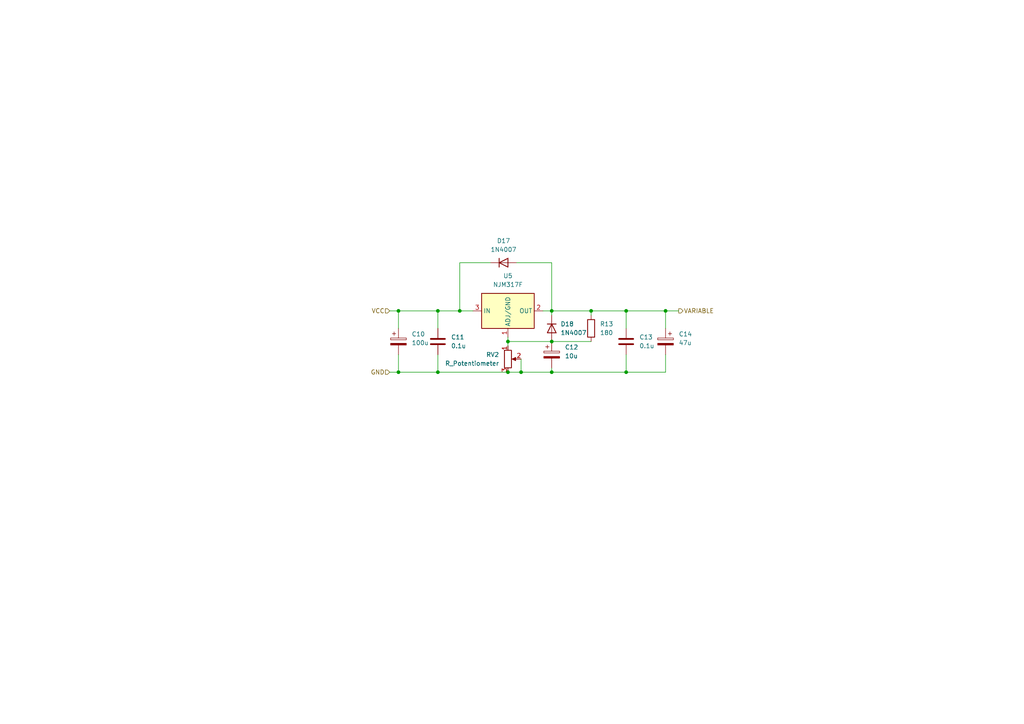
<source format=kicad_sch>
(kicad_sch
	(version 20231120)
	(generator "eeschema")
	(generator_version "8.0")
	(uuid "61842362-af64-4b4c-b751-62a392425130")
	(paper "A4")
	(lib_symbols
		(symbol "Device:C"
			(pin_numbers hide)
			(pin_names
				(offset 0.254)
			)
			(exclude_from_sim no)
			(in_bom yes)
			(on_board yes)
			(property "Reference" "C"
				(at 0.635 2.54 0)
				(effects
					(font
						(size 1.27 1.27)
					)
					(justify left)
				)
			)
			(property "Value" "C"
				(at 0.635 -2.54 0)
				(effects
					(font
						(size 1.27 1.27)
					)
					(justify left)
				)
			)
			(property "Footprint" ""
				(at 0.9652 -3.81 0)
				(effects
					(font
						(size 1.27 1.27)
					)
					(hide yes)
				)
			)
			(property "Datasheet" "~"
				(at 0 0 0)
				(effects
					(font
						(size 1.27 1.27)
					)
					(hide yes)
				)
			)
			(property "Description" "Unpolarized capacitor"
				(at 0 0 0)
				(effects
					(font
						(size 1.27 1.27)
					)
					(hide yes)
				)
			)
			(property "ki_keywords" "cap capacitor"
				(at 0 0 0)
				(effects
					(font
						(size 1.27 1.27)
					)
					(hide yes)
				)
			)
			(property "ki_fp_filters" "C_*"
				(at 0 0 0)
				(effects
					(font
						(size 1.27 1.27)
					)
					(hide yes)
				)
			)
			(symbol "C_0_1"
				(polyline
					(pts
						(xy -2.032 -0.762) (xy 2.032 -0.762)
					)
					(stroke
						(width 0.508)
						(type default)
					)
					(fill
						(type none)
					)
				)
				(polyline
					(pts
						(xy -2.032 0.762) (xy 2.032 0.762)
					)
					(stroke
						(width 0.508)
						(type default)
					)
					(fill
						(type none)
					)
				)
			)
			(symbol "C_1_1"
				(pin passive line
					(at 0 3.81 270)
					(length 2.794)
					(name "~"
						(effects
							(font
								(size 1.27 1.27)
							)
						)
					)
					(number "1"
						(effects
							(font
								(size 1.27 1.27)
							)
						)
					)
				)
				(pin passive line
					(at 0 -3.81 90)
					(length 2.794)
					(name "~"
						(effects
							(font
								(size 1.27 1.27)
							)
						)
					)
					(number "2"
						(effects
							(font
								(size 1.27 1.27)
							)
						)
					)
				)
			)
		)
		(symbol "Device:C_Polarized"
			(pin_numbers hide)
			(pin_names
				(offset 0.254)
			)
			(exclude_from_sim no)
			(in_bom yes)
			(on_board yes)
			(property "Reference" "C"
				(at 0.635 2.54 0)
				(effects
					(font
						(size 1.27 1.27)
					)
					(justify left)
				)
			)
			(property "Value" "C_Polarized"
				(at 0.635 -2.54 0)
				(effects
					(font
						(size 1.27 1.27)
					)
					(justify left)
				)
			)
			(property "Footprint" ""
				(at 0.9652 -3.81 0)
				(effects
					(font
						(size 1.27 1.27)
					)
					(hide yes)
				)
			)
			(property "Datasheet" "~"
				(at 0 0 0)
				(effects
					(font
						(size 1.27 1.27)
					)
					(hide yes)
				)
			)
			(property "Description" "Polarized capacitor"
				(at 0 0 0)
				(effects
					(font
						(size 1.27 1.27)
					)
					(hide yes)
				)
			)
			(property "ki_keywords" "cap capacitor"
				(at 0 0 0)
				(effects
					(font
						(size 1.27 1.27)
					)
					(hide yes)
				)
			)
			(property "ki_fp_filters" "CP_*"
				(at 0 0 0)
				(effects
					(font
						(size 1.27 1.27)
					)
					(hide yes)
				)
			)
			(symbol "C_Polarized_0_1"
				(rectangle
					(start -2.286 0.508)
					(end 2.286 1.016)
					(stroke
						(width 0)
						(type default)
					)
					(fill
						(type none)
					)
				)
				(polyline
					(pts
						(xy -1.778 2.286) (xy -0.762 2.286)
					)
					(stroke
						(width 0)
						(type default)
					)
					(fill
						(type none)
					)
				)
				(polyline
					(pts
						(xy -1.27 2.794) (xy -1.27 1.778)
					)
					(stroke
						(width 0)
						(type default)
					)
					(fill
						(type none)
					)
				)
				(rectangle
					(start 2.286 -0.508)
					(end -2.286 -1.016)
					(stroke
						(width 0)
						(type default)
					)
					(fill
						(type outline)
					)
				)
			)
			(symbol "C_Polarized_1_1"
				(pin passive line
					(at 0 3.81 270)
					(length 2.794)
					(name "~"
						(effects
							(font
								(size 1.27 1.27)
							)
						)
					)
					(number "1"
						(effects
							(font
								(size 1.27 1.27)
							)
						)
					)
				)
				(pin passive line
					(at 0 -3.81 90)
					(length 2.794)
					(name "~"
						(effects
							(font
								(size 1.27 1.27)
							)
						)
					)
					(number "2"
						(effects
							(font
								(size 1.27 1.27)
							)
						)
					)
				)
			)
		)
		(symbol "Device:R"
			(pin_numbers hide)
			(pin_names
				(offset 0)
			)
			(exclude_from_sim no)
			(in_bom yes)
			(on_board yes)
			(property "Reference" "R"
				(at 2.032 0 90)
				(effects
					(font
						(size 1.27 1.27)
					)
				)
			)
			(property "Value" "R"
				(at 0 0 90)
				(effects
					(font
						(size 1.27 1.27)
					)
				)
			)
			(property "Footprint" ""
				(at -1.778 0 90)
				(effects
					(font
						(size 1.27 1.27)
					)
					(hide yes)
				)
			)
			(property "Datasheet" "~"
				(at 0 0 0)
				(effects
					(font
						(size 1.27 1.27)
					)
					(hide yes)
				)
			)
			(property "Description" "Resistor"
				(at 0 0 0)
				(effects
					(font
						(size 1.27 1.27)
					)
					(hide yes)
				)
			)
			(property "ki_keywords" "R res resistor"
				(at 0 0 0)
				(effects
					(font
						(size 1.27 1.27)
					)
					(hide yes)
				)
			)
			(property "ki_fp_filters" "R_*"
				(at 0 0 0)
				(effects
					(font
						(size 1.27 1.27)
					)
					(hide yes)
				)
			)
			(symbol "R_0_1"
				(rectangle
					(start -1.016 -2.54)
					(end 1.016 2.54)
					(stroke
						(width 0.254)
						(type default)
					)
					(fill
						(type none)
					)
				)
			)
			(symbol "R_1_1"
				(pin passive line
					(at 0 3.81 270)
					(length 1.27)
					(name "~"
						(effects
							(font
								(size 1.27 1.27)
							)
						)
					)
					(number "1"
						(effects
							(font
								(size 1.27 1.27)
							)
						)
					)
				)
				(pin passive line
					(at 0 -3.81 90)
					(length 1.27)
					(name "~"
						(effects
							(font
								(size 1.27 1.27)
							)
						)
					)
					(number "2"
						(effects
							(font
								(size 1.27 1.27)
							)
						)
					)
				)
			)
		)
		(symbol "Device:R_Potentiometer"
			(pin_names
				(offset 1.016) hide)
			(exclude_from_sim no)
			(in_bom yes)
			(on_board yes)
			(property "Reference" "RV"
				(at -4.445 0 90)
				(effects
					(font
						(size 1.27 1.27)
					)
				)
			)
			(property "Value" "R_Potentiometer"
				(at -2.54 0 90)
				(effects
					(font
						(size 1.27 1.27)
					)
				)
			)
			(property "Footprint" ""
				(at 0 0 0)
				(effects
					(font
						(size 1.27 1.27)
					)
					(hide yes)
				)
			)
			(property "Datasheet" "~"
				(at 0 0 0)
				(effects
					(font
						(size 1.27 1.27)
					)
					(hide yes)
				)
			)
			(property "Description" "Potentiometer"
				(at 0 0 0)
				(effects
					(font
						(size 1.27 1.27)
					)
					(hide yes)
				)
			)
			(property "ki_keywords" "resistor variable"
				(at 0 0 0)
				(effects
					(font
						(size 1.27 1.27)
					)
					(hide yes)
				)
			)
			(property "ki_fp_filters" "Potentiometer*"
				(at 0 0 0)
				(effects
					(font
						(size 1.27 1.27)
					)
					(hide yes)
				)
			)
			(symbol "R_Potentiometer_0_1"
				(polyline
					(pts
						(xy 2.54 0) (xy 1.524 0)
					)
					(stroke
						(width 0)
						(type default)
					)
					(fill
						(type none)
					)
				)
				(polyline
					(pts
						(xy 1.143 0) (xy 2.286 0.508) (xy 2.286 -0.508) (xy 1.143 0)
					)
					(stroke
						(width 0)
						(type default)
					)
					(fill
						(type outline)
					)
				)
				(rectangle
					(start 1.016 2.54)
					(end -1.016 -2.54)
					(stroke
						(width 0.254)
						(type default)
					)
					(fill
						(type none)
					)
				)
			)
			(symbol "R_Potentiometer_1_1"
				(pin passive line
					(at 0 3.81 270)
					(length 1.27)
					(name "1"
						(effects
							(font
								(size 1.27 1.27)
							)
						)
					)
					(number "1"
						(effects
							(font
								(size 1.27 1.27)
							)
						)
					)
				)
				(pin passive line
					(at 3.81 0 180)
					(length 1.27)
					(name "2"
						(effects
							(font
								(size 1.27 1.27)
							)
						)
					)
					(number "2"
						(effects
							(font
								(size 1.27 1.27)
							)
						)
					)
				)
				(pin passive line
					(at 0 -3.81 90)
					(length 1.27)
					(name "3"
						(effects
							(font
								(size 1.27 1.27)
							)
						)
					)
					(number "3"
						(effects
							(font
								(size 1.27 1.27)
							)
						)
					)
				)
			)
		)
		(symbol "Diode:1N4007"
			(pin_numbers hide)
			(pin_names hide)
			(exclude_from_sim no)
			(in_bom yes)
			(on_board yes)
			(property "Reference" "D"
				(at 0 2.54 0)
				(effects
					(font
						(size 1.27 1.27)
					)
				)
			)
			(property "Value" "1N4007"
				(at 0 -2.54 0)
				(effects
					(font
						(size 1.27 1.27)
					)
				)
			)
			(property "Footprint" "Diode_THT:D_DO-41_SOD81_P10.16mm_Horizontal"
				(at 0 -4.445 0)
				(effects
					(font
						(size 1.27 1.27)
					)
					(hide yes)
				)
			)
			(property "Datasheet" "http://www.vishay.com/docs/88503/1n4001.pdf"
				(at 0 0 0)
				(effects
					(font
						(size 1.27 1.27)
					)
					(hide yes)
				)
			)
			(property "Description" "1000V 1A General Purpose Rectifier Diode, DO-41"
				(at 0 0 0)
				(effects
					(font
						(size 1.27 1.27)
					)
					(hide yes)
				)
			)
			(property "Sim.Device" "D"
				(at 0 0 0)
				(effects
					(font
						(size 1.27 1.27)
					)
					(hide yes)
				)
			)
			(property "Sim.Pins" "1=K 2=A"
				(at 0 0 0)
				(effects
					(font
						(size 1.27 1.27)
					)
					(hide yes)
				)
			)
			(property "ki_keywords" "diode"
				(at 0 0 0)
				(effects
					(font
						(size 1.27 1.27)
					)
					(hide yes)
				)
			)
			(property "ki_fp_filters" "D*DO?41*"
				(at 0 0 0)
				(effects
					(font
						(size 1.27 1.27)
					)
					(hide yes)
				)
			)
			(symbol "1N4007_0_1"
				(polyline
					(pts
						(xy -1.27 1.27) (xy -1.27 -1.27)
					)
					(stroke
						(width 0.254)
						(type default)
					)
					(fill
						(type none)
					)
				)
				(polyline
					(pts
						(xy 1.27 0) (xy -1.27 0)
					)
					(stroke
						(width 0)
						(type default)
					)
					(fill
						(type none)
					)
				)
				(polyline
					(pts
						(xy 1.27 1.27) (xy 1.27 -1.27) (xy -1.27 0) (xy 1.27 1.27)
					)
					(stroke
						(width 0.254)
						(type default)
					)
					(fill
						(type none)
					)
				)
			)
			(symbol "1N4007_1_1"
				(pin passive line
					(at -3.81 0 0)
					(length 2.54)
					(name "K"
						(effects
							(font
								(size 1.27 1.27)
							)
						)
					)
					(number "1"
						(effects
							(font
								(size 1.27 1.27)
							)
						)
					)
				)
				(pin passive line
					(at 3.81 0 180)
					(length 2.54)
					(name "A"
						(effects
							(font
								(size 1.27 1.27)
							)
						)
					)
					(number "2"
						(effects
							(font
								(size 1.27 1.27)
							)
						)
					)
				)
			)
		)
		(symbol "Regulator_Linear:LD1086V-DG"
			(exclude_from_sim no)
			(in_bom yes)
			(on_board yes)
			(property "Reference" "U"
				(at 0 10.16 0)
				(effects
					(font
						(size 1.27 1.27)
					)
				)
			)
			(property "Value" "LD1086V-DG"
				(at 0 7.62 0)
				(effects
					(font
						(size 1.27 1.27)
					)
				)
			)
			(property "Footprint" "Package_TO_SOT_THT:TO-220-3_Vertical"
				(at 0 12.7 0)
				(effects
					(font
						(size 1.27 1.27)
					)
					(hide yes)
				)
			)
			(property "Datasheet" "https://www.st.com/resource/en/datasheet/ld1086.pdf"
				(at 0 15.24 0)
				(effects
					(font
						(size 1.27 1.27)
					)
					(hide yes)
				)
			)
			(property "Description" "Positive, 1.5A 30V, Linear Regulator, Adjustable, TO-220"
				(at 0 0 0)
				(effects
					(font
						(size 1.27 1.27)
					)
					(hide yes)
				)
			)
			(property "ki_keywords" "Linear Regulator 1.5A Adjustable"
				(at 0 0 0)
				(effects
					(font
						(size 1.27 1.27)
					)
					(hide yes)
				)
			)
			(property "ki_fp_filters" "TO?220*"
				(at 0 0 0)
				(effects
					(font
						(size 1.27 1.27)
					)
					(hide yes)
				)
			)
			(symbol "LD1086V-DG_1_1"
				(rectangle
					(start -7.62 -5.08)
					(end 7.62 5.08)
					(stroke
						(width 0.254)
						(type default)
					)
					(fill
						(type background)
					)
				)
				(pin input line
					(at 0 -7.62 90)
					(length 2.54)
					(name "ADJ/GND"
						(effects
							(font
								(size 1.27 1.27)
							)
						)
					)
					(number "1"
						(effects
							(font
								(size 1.27 1.27)
							)
						)
					)
				)
				(pin power_out line
					(at 10.16 0 180)
					(length 2.54)
					(name "OUT"
						(effects
							(font
								(size 1.27 1.27)
							)
						)
					)
					(number "2"
						(effects
							(font
								(size 1.27 1.27)
							)
						)
					)
				)
				(pin power_in line
					(at -10.16 0 0)
					(length 2.54)
					(name "IN"
						(effects
							(font
								(size 1.27 1.27)
							)
						)
					)
					(number "3"
						(effects
							(font
								(size 1.27 1.27)
							)
						)
					)
				)
			)
		)
	)
	(junction
		(at 147.32 107.95)
		(diameter 0)
		(color 0 0 0 0)
		(uuid "0f17ca2a-d413-4146-88eb-ce6ee071f858")
	)
	(junction
		(at 160.02 107.95)
		(diameter 0)
		(color 0 0 0 0)
		(uuid "258ee168-18ba-4a9b-9d44-234e72b01eda")
	)
	(junction
		(at 115.57 90.17)
		(diameter 0)
		(color 0 0 0 0)
		(uuid "2855e81e-43d8-4910-a5e0-c782f0e9fdf1")
	)
	(junction
		(at 171.45 90.17)
		(diameter 0)
		(color 0 0 0 0)
		(uuid "30495d3c-cabe-49df-8606-3c4056627725")
	)
	(junction
		(at 160.02 90.17)
		(diameter 0)
		(color 0 0 0 0)
		(uuid "3f0f45b7-7c05-4516-ae20-e805bbe779d0")
	)
	(junction
		(at 181.61 107.95)
		(diameter 0)
		(color 0 0 0 0)
		(uuid "461f1df9-9e5d-4f8d-bae9-8ec6ff3e3838")
	)
	(junction
		(at 115.57 107.95)
		(diameter 0)
		(color 0 0 0 0)
		(uuid "470b6cf6-f61b-47fb-8947-c41d1d20a1ea")
	)
	(junction
		(at 160.02 99.06)
		(diameter 0)
		(color 0 0 0 0)
		(uuid "6841394e-af33-4116-b1cb-5c9a901a8523")
	)
	(junction
		(at 127 90.17)
		(diameter 0)
		(color 0 0 0 0)
		(uuid "6e22a1ba-f9de-4a62-86e3-51436c2cf1a2")
	)
	(junction
		(at 151.13 107.95)
		(diameter 0)
		(color 0 0 0 0)
		(uuid "846509fa-b45b-48e1-adbf-42a30bf66b62")
	)
	(junction
		(at 147.32 99.06)
		(diameter 0)
		(color 0 0 0 0)
		(uuid "a8fa07f5-ef34-4229-b176-b5765c2fa812")
	)
	(junction
		(at 193.04 90.17)
		(diameter 0)
		(color 0 0 0 0)
		(uuid "c6e77392-3bad-4983-be80-ec51acb2469f")
	)
	(junction
		(at 133.35 90.17)
		(diameter 0)
		(color 0 0 0 0)
		(uuid "cd413108-7e1a-4b75-8db8-d9b6b8ca8c68")
	)
	(junction
		(at 127 107.95)
		(diameter 0)
		(color 0 0 0 0)
		(uuid "e28ff007-92bf-4230-a523-d9eefe375c3d")
	)
	(junction
		(at 181.61 90.17)
		(diameter 0)
		(color 0 0 0 0)
		(uuid "ec8b604d-2de8-4652-a41c-7ead5d3a8881")
	)
	(wire
		(pts
			(xy 115.57 107.95) (xy 127 107.95)
		)
		(stroke
			(width 0)
			(type default)
		)
		(uuid "16f88046-abd4-4690-8f69-d49eb38d35fa")
	)
	(wire
		(pts
			(xy 181.61 107.95) (xy 193.04 107.95)
		)
		(stroke
			(width 0)
			(type default)
		)
		(uuid "24706624-d445-49c0-a203-e3ffd1b62af2")
	)
	(wire
		(pts
			(xy 147.32 99.06) (xy 160.02 99.06)
		)
		(stroke
			(width 0)
			(type default)
		)
		(uuid "2b95bc3a-ddfb-4646-965a-8e132bc64455")
	)
	(wire
		(pts
			(xy 149.86 76.2) (xy 160.02 76.2)
		)
		(stroke
			(width 0)
			(type default)
		)
		(uuid "3178f69c-e4ba-439c-8e46-80033f2ea0a6")
	)
	(wire
		(pts
			(xy 113.03 107.95) (xy 115.57 107.95)
		)
		(stroke
			(width 0)
			(type default)
		)
		(uuid "33cad2aa-2d5e-4e04-baff-aebd7c490ce8")
	)
	(wire
		(pts
			(xy 157.48 90.17) (xy 160.02 90.17)
		)
		(stroke
			(width 0)
			(type default)
		)
		(uuid "3bfad1d4-f6a0-40b1-84dc-ae2c685c732c")
	)
	(wire
		(pts
			(xy 160.02 90.17) (xy 160.02 91.44)
		)
		(stroke
			(width 0)
			(type default)
		)
		(uuid "495a059e-7e0e-442a-805a-7aad88109624")
	)
	(wire
		(pts
			(xy 160.02 107.95) (xy 181.61 107.95)
		)
		(stroke
			(width 0)
			(type default)
		)
		(uuid "4d39ffb9-4d30-4b3b-b7ea-7cd99f411df0")
	)
	(wire
		(pts
			(xy 171.45 90.17) (xy 171.45 91.44)
		)
		(stroke
			(width 0)
			(type default)
		)
		(uuid "4eda6d6d-868e-4304-94a7-dec864accac8")
	)
	(wire
		(pts
			(xy 115.57 90.17) (xy 115.57 95.25)
		)
		(stroke
			(width 0)
			(type default)
		)
		(uuid "4edde337-af6a-4d3b-8d5d-d5d40cc9c588")
	)
	(wire
		(pts
			(xy 133.35 76.2) (xy 133.35 90.17)
		)
		(stroke
			(width 0)
			(type default)
		)
		(uuid "5a40870d-98d4-46b4-9d27-d6d7e37d30e2")
	)
	(wire
		(pts
			(xy 133.35 76.2) (xy 142.24 76.2)
		)
		(stroke
			(width 0)
			(type default)
		)
		(uuid "7051d9ad-f9d9-4acb-bf8b-7921d961f50d")
	)
	(wire
		(pts
			(xy 151.13 104.14) (xy 151.13 107.95)
		)
		(stroke
			(width 0)
			(type default)
		)
		(uuid "76305eec-87cd-46a6-ba09-66a60a4eccb3")
	)
	(wire
		(pts
			(xy 115.57 107.95) (xy 115.57 102.87)
		)
		(stroke
			(width 0)
			(type default)
		)
		(uuid "774cbc54-a817-4594-b6d3-9e0514e66282")
	)
	(wire
		(pts
			(xy 181.61 90.17) (xy 181.61 95.25)
		)
		(stroke
			(width 0)
			(type default)
		)
		(uuid "780d03b6-c3e2-47c1-9d07-02f0e0914d37")
	)
	(wire
		(pts
			(xy 160.02 76.2) (xy 160.02 90.17)
		)
		(stroke
			(width 0)
			(type default)
		)
		(uuid "7e2ea35c-71a3-4b54-9da9-76096bfda3bd")
	)
	(wire
		(pts
			(xy 171.45 90.17) (xy 181.61 90.17)
		)
		(stroke
			(width 0)
			(type default)
		)
		(uuid "80e57c1c-ebc2-4254-b924-0a34bd044115")
	)
	(wire
		(pts
			(xy 115.57 90.17) (xy 113.03 90.17)
		)
		(stroke
			(width 0)
			(type default)
		)
		(uuid "82656166-96d7-470a-8f7b-dff109d1aff2")
	)
	(wire
		(pts
			(xy 115.57 90.17) (xy 127 90.17)
		)
		(stroke
			(width 0)
			(type default)
		)
		(uuid "88dde850-a8ee-4413-a343-fd10bd4d486f")
	)
	(wire
		(pts
			(xy 181.61 102.87) (xy 181.61 107.95)
		)
		(stroke
			(width 0)
			(type default)
		)
		(uuid "90035331-0a94-4866-bfe1-ca001274a32a")
	)
	(wire
		(pts
			(xy 147.32 97.79) (xy 147.32 99.06)
		)
		(stroke
			(width 0)
			(type default)
		)
		(uuid "97e8fd0a-2bda-4762-9ec6-e7d7ff784a63")
	)
	(wire
		(pts
			(xy 147.32 99.06) (xy 147.32 100.33)
		)
		(stroke
			(width 0)
			(type default)
		)
		(uuid "9f8539b1-9afd-4d8a-9cd7-bf0e74948b69")
	)
	(wire
		(pts
			(xy 181.61 90.17) (xy 193.04 90.17)
		)
		(stroke
			(width 0)
			(type default)
		)
		(uuid "a36ccf2e-57bb-449f-a718-50abd58a4cfe")
	)
	(wire
		(pts
			(xy 133.35 90.17) (xy 137.16 90.17)
		)
		(stroke
			(width 0)
			(type default)
		)
		(uuid "a73a835f-dc31-46a8-9da2-764e7cf47da0")
	)
	(wire
		(pts
			(xy 127 90.17) (xy 127 95.25)
		)
		(stroke
			(width 0)
			(type default)
		)
		(uuid "a963f55f-7b0b-474d-91f6-9bc89da6716b")
	)
	(wire
		(pts
			(xy 160.02 106.68) (xy 160.02 107.95)
		)
		(stroke
			(width 0)
			(type default)
		)
		(uuid "ac879f07-59b4-47f2-b347-d96a2ab50105")
	)
	(wire
		(pts
			(xy 193.04 90.17) (xy 196.85 90.17)
		)
		(stroke
			(width 0)
			(type default)
		)
		(uuid "be08196d-5795-48f2-a860-44e934a603f6")
	)
	(wire
		(pts
			(xy 127 90.17) (xy 133.35 90.17)
		)
		(stroke
			(width 0)
			(type default)
		)
		(uuid "ce51ba75-01ab-4409-be58-efe6ef14724c")
	)
	(wire
		(pts
			(xy 160.02 99.06) (xy 171.45 99.06)
		)
		(stroke
			(width 0)
			(type default)
		)
		(uuid "d91310c9-61d7-4cd0-bc9a-1a967fcbe856")
	)
	(wire
		(pts
			(xy 147.32 107.95) (xy 151.13 107.95)
		)
		(stroke
			(width 0)
			(type default)
		)
		(uuid "db016049-b4e7-4fc0-993a-f67dd472a373")
	)
	(wire
		(pts
			(xy 160.02 90.17) (xy 171.45 90.17)
		)
		(stroke
			(width 0)
			(type default)
		)
		(uuid "dd191b5c-de25-4749-a1d1-5a2ccb0a07d7")
	)
	(wire
		(pts
			(xy 127 102.87) (xy 127 107.95)
		)
		(stroke
			(width 0)
			(type default)
		)
		(uuid "e43b3c1b-1bce-4d97-a165-9a90f0da2255")
	)
	(wire
		(pts
			(xy 193.04 102.87) (xy 193.04 107.95)
		)
		(stroke
			(width 0)
			(type default)
		)
		(uuid "ee0ebc09-e974-48b2-b021-bb7d1a487030")
	)
	(wire
		(pts
			(xy 151.13 107.95) (xy 160.02 107.95)
		)
		(stroke
			(width 0)
			(type default)
		)
		(uuid "f7d55f1e-20f5-49f9-8ad0-3d75d7d52275")
	)
	(wire
		(pts
			(xy 193.04 90.17) (xy 193.04 95.25)
		)
		(stroke
			(width 0)
			(type default)
		)
		(uuid "f9ce2553-2a64-4311-bbfe-c086a00a4833")
	)
	(wire
		(pts
			(xy 127 107.95) (xy 147.32 107.95)
		)
		(stroke
			(width 0)
			(type default)
		)
		(uuid "fa2af005-060c-48eb-9b5f-cb1b2869e13d")
	)
	(hierarchical_label "VARIABLE"
		(shape output)
		(at 196.85 90.17 0)
		(fields_autoplaced yes)
		(effects
			(font
				(size 1.27 1.27)
			)
			(justify left)
		)
		(uuid "8e8be97f-d7d9-415c-ad39-97be814e1e81")
	)
	(hierarchical_label "VCC"
		(shape input)
		(at 113.03 90.17 180)
		(fields_autoplaced yes)
		(effects
			(font
				(size 1.27 1.27)
			)
			(justify right)
		)
		(uuid "b0a714f0-70a0-4e8f-951f-76fd5ac367d3")
	)
	(hierarchical_label "GND"
		(shape input)
		(at 113.03 107.95 180)
		(fields_autoplaced yes)
		(effects
			(font
				(size 1.27 1.27)
			)
			(justify right)
		)
		(uuid "e7bda405-8fb2-4462-83e1-7ab80ef3d8bf")
	)
	(symbol
		(lib_id "Diode:1N4007")
		(at 160.02 95.25 270)
		(unit 1)
		(exclude_from_sim no)
		(in_bom yes)
		(on_board yes)
		(dnp no)
		(fields_autoplaced yes)
		(uuid "14bad86b-49e3-49ca-b4b8-ce7e93a40f09")
		(property "Reference" "D18"
			(at 162.56 93.9799 90)
			(effects
				(font
					(size 1.27 1.27)
				)
				(justify left)
			)
		)
		(property "Value" "1N4007"
			(at 162.56 96.5199 90)
			(effects
				(font
					(size 1.27 1.27)
				)
				(justify left)
			)
		)
		(property "Footprint" "Diode_THT:D_DO-41_SOD81_P2.54mm_Vertical_KathodeUp"
			(at 155.575 95.25 0)
			(effects
				(font
					(size 1.27 1.27)
				)
				(hide yes)
			)
		)
		(property "Datasheet" "http://www.vishay.com/docs/88503/1n4001.pdf"
			(at 160.02 95.25 0)
			(effects
				(font
					(size 1.27 1.27)
				)
				(hide yes)
			)
		)
		(property "Description" "1000V 1A General Purpose Rectifier Diode, DO-41"
			(at 160.02 95.25 0)
			(effects
				(font
					(size 1.27 1.27)
				)
				(hide yes)
			)
		)
		(property "Sim.Device" "D"
			(at 160.02 95.25 0)
			(effects
				(font
					(size 1.27 1.27)
				)
				(hide yes)
			)
		)
		(property "Sim.Pins" "1=K 2=A"
			(at 160.02 95.25 0)
			(effects
				(font
					(size 1.27 1.27)
				)
				(hide yes)
			)
		)
		(pin "2"
			(uuid "09f0fe26-8ff7-47c8-91e1-67937b6b0d73")
		)
		(pin "1"
			(uuid "486a3200-ce26-45d2-813b-edd6936190f4")
		)
		(instances
			(project "power_6.6V"
				(path "/4165ef9e-aa9c-432e-b328-66033ab8c6d3/c1b1e064-54d5-4843-bf01-f9b4c40ea79d"
					(reference "D18")
					(unit 1)
				)
				(path "/4165ef9e-aa9c-432e-b328-66033ab8c6d3/f4e30e09-8cb7-4ccb-943e-03b99c7920bf"
					(reference "D16")
					(unit 1)
				)
			)
		)
	)
	(symbol
		(lib_id "Device:C_Polarized")
		(at 115.57 99.06 0)
		(unit 1)
		(exclude_from_sim no)
		(in_bom yes)
		(on_board yes)
		(dnp no)
		(fields_autoplaced yes)
		(uuid "2542edb0-1437-4f72-872d-27c6b03dba41")
		(property "Reference" "C10"
			(at 119.38 96.9009 0)
			(effects
				(font
					(size 1.27 1.27)
				)
				(justify left)
			)
		)
		(property "Value" "100u"
			(at 119.38 99.4409 0)
			(effects
				(font
					(size 1.27 1.27)
				)
				(justify left)
			)
		)
		(property "Footprint" "Capacitor_THT:CP_Radial_D5.0mm_P2.50mm"
			(at 116.5352 102.87 0)
			(effects
				(font
					(size 1.27 1.27)
				)
				(hide yes)
			)
		)
		(property "Datasheet" "~"
			(at 115.57 99.06 0)
			(effects
				(font
					(size 1.27 1.27)
				)
				(hide yes)
			)
		)
		(property "Description" "Polarized capacitor"
			(at 115.57 99.06 0)
			(effects
				(font
					(size 1.27 1.27)
				)
				(hide yes)
			)
		)
		(pin "2"
			(uuid "cb9e23d5-9a24-45c9-a136-c81bc09fdd0f")
		)
		(pin "1"
			(uuid "d323dbe0-074d-447d-828a-2bd9a7592c8b")
		)
		(instances
			(project "power_6.6V"
				(path "/4165ef9e-aa9c-432e-b328-66033ab8c6d3/c1b1e064-54d5-4843-bf01-f9b4c40ea79d"
					(reference "C10")
					(unit 1)
				)
				(path "/4165ef9e-aa9c-432e-b328-66033ab8c6d3/f4e30e09-8cb7-4ccb-943e-03b99c7920bf"
					(reference "C5")
					(unit 1)
				)
			)
		)
	)
	(symbol
		(lib_id "Device:R_Potentiometer")
		(at 147.32 104.14 0)
		(unit 1)
		(exclude_from_sim no)
		(in_bom yes)
		(on_board yes)
		(dnp no)
		(fields_autoplaced yes)
		(uuid "347f4990-5371-4b65-8d6d-53dac452332e")
		(property "Reference" "RV2"
			(at 144.78 102.8699 0)
			(effects
				(font
					(size 1.27 1.27)
				)
				(justify right)
			)
		)
		(property "Value" "R_Potentiometer"
			(at 144.78 105.4099 0)
			(effects
				(font
					(size 1.27 1.27)
				)
				(justify right)
			)
		)
		(property "Footprint" "MyFoot:3386K-EY5-202TR"
			(at 147.32 104.14 0)
			(effects
				(font
					(size 1.27 1.27)
				)
				(hide yes)
			)
		)
		(property "Datasheet" "~"
			(at 147.32 104.14 0)
			(effects
				(font
					(size 1.27 1.27)
				)
				(hide yes)
			)
		)
		(property "Description" "Potentiometer"
			(at 147.32 104.14 0)
			(effects
				(font
					(size 1.27 1.27)
				)
				(hide yes)
			)
		)
		(pin "1"
			(uuid "42ca6586-abd1-421b-97b7-049c24be6892")
		)
		(pin "2"
			(uuid "602c1fe2-7525-4c7c-89af-9fe467b7a189")
		)
		(pin "3"
			(uuid "6c2eafd8-a9cf-48a7-bcc4-bb6b575c02f4")
		)
		(instances
			(project "power_6.6V"
				(path "/4165ef9e-aa9c-432e-b328-66033ab8c6d3/c1b1e064-54d5-4843-bf01-f9b4c40ea79d"
					(reference "RV2")
					(unit 1)
				)
				(path "/4165ef9e-aa9c-432e-b328-66033ab8c6d3/f4e30e09-8cb7-4ccb-943e-03b99c7920bf"
					(reference "RV1")
					(unit 1)
				)
			)
		)
	)
	(symbol
		(lib_id "Regulator_Linear:LD1086V-DG")
		(at 147.32 90.17 0)
		(unit 1)
		(exclude_from_sim no)
		(in_bom yes)
		(on_board yes)
		(dnp no)
		(fields_autoplaced yes)
		(uuid "3849e61c-e8a0-4214-91b5-5f2862be90a1")
		(property "Reference" "U5"
			(at 147.32 80.01 0)
			(effects
				(font
					(size 1.27 1.27)
				)
			)
		)
		(property "Value" "NJM317F"
			(at 147.32 82.55 0)
			(effects
				(font
					(size 1.27 1.27)
				)
			)
		)
		(property "Footprint" "Package_TO_SOT_THT:TO-220-3_Vertical"
			(at 147.32 77.47 0)
			(effects
				(font
					(size 1.27 1.27)
				)
				(hide yes)
			)
		)
		(property "Datasheet" "https://akizukidenshi.com/goodsaffix/NJM317_j.pdf"
			(at 147.32 74.93 0)
			(effects
				(font
					(size 1.27 1.27)
				)
				(hide yes)
			)
		)
		(property "Description" ""
			(at 147.32 90.17 0)
			(effects
				(font
					(size 1.27 1.27)
				)
				(hide yes)
			)
		)
		(pin "2"
			(uuid "017a80ea-7d17-4f8f-afbb-7de69c99c605")
		)
		(pin "1"
			(uuid "b0edf091-e6f7-4abe-86a0-e1e42392d29c")
		)
		(pin "3"
			(uuid "629a3180-16ca-4a5e-88e6-7caacdfe8e08")
		)
		(instances
			(project "power_6.6V"
				(path "/4165ef9e-aa9c-432e-b328-66033ab8c6d3/c1b1e064-54d5-4843-bf01-f9b4c40ea79d"
					(reference "U5")
					(unit 1)
				)
				(path "/4165ef9e-aa9c-432e-b328-66033ab8c6d3/f4e30e09-8cb7-4ccb-943e-03b99c7920bf"
					(reference "U4")
					(unit 1)
				)
			)
		)
	)
	(symbol
		(lib_id "Diode:1N4007")
		(at 146.05 76.2 0)
		(unit 1)
		(exclude_from_sim no)
		(in_bom yes)
		(on_board yes)
		(dnp no)
		(fields_autoplaced yes)
		(uuid "5649b188-5eec-4bfb-939c-67961316427f")
		(property "Reference" "D17"
			(at 146.05 69.85 0)
			(effects
				(font
					(size 1.27 1.27)
				)
			)
		)
		(property "Value" "1N4007"
			(at 146.05 72.39 0)
			(effects
				(font
					(size 1.27 1.27)
				)
			)
		)
		(property "Footprint" "Diode_THT:D_DO-41_SOD81_P2.54mm_Vertical_KathodeUp"
			(at 146.05 80.645 0)
			(effects
				(font
					(size 1.27 1.27)
				)
				(hide yes)
			)
		)
		(property "Datasheet" "http://www.vishay.com/docs/88503/1n4001.pdf"
			(at 146.05 76.2 0)
			(effects
				(font
					(size 1.27 1.27)
				)
				(hide yes)
			)
		)
		(property "Description" "1000V 1A General Purpose Rectifier Diode, DO-41"
			(at 146.05 76.2 0)
			(effects
				(font
					(size 1.27 1.27)
				)
				(hide yes)
			)
		)
		(property "Sim.Device" "D"
			(at 146.05 76.2 0)
			(effects
				(font
					(size 1.27 1.27)
				)
				(hide yes)
			)
		)
		(property "Sim.Pins" "1=K 2=A"
			(at 146.05 76.2 0)
			(effects
				(font
					(size 1.27 1.27)
				)
				(hide yes)
			)
		)
		(pin "2"
			(uuid "62457928-dc00-42f7-96e7-374c606f9463")
		)
		(pin "1"
			(uuid "5e59a070-6ccf-4b21-9fd0-8482655f0f0e")
		)
		(instances
			(project "power_6.6V"
				(path "/4165ef9e-aa9c-432e-b328-66033ab8c6d3/c1b1e064-54d5-4843-bf01-f9b4c40ea79d"
					(reference "D17")
					(unit 1)
				)
				(path "/4165ef9e-aa9c-432e-b328-66033ab8c6d3/f4e30e09-8cb7-4ccb-943e-03b99c7920bf"
					(reference "D15")
					(unit 1)
				)
			)
		)
	)
	(symbol
		(lib_id "Device:C_Polarized")
		(at 193.04 99.06 0)
		(mirror y)
		(unit 1)
		(exclude_from_sim no)
		(in_bom yes)
		(on_board yes)
		(dnp no)
		(fields_autoplaced yes)
		(uuid "6941c5c7-8f22-4437-8f3b-e43a0c94f486")
		(property "Reference" "C14"
			(at 196.85 96.9009 0)
			(effects
				(font
					(size 1.27 1.27)
				)
				(justify right)
			)
		)
		(property "Value" "47u"
			(at 196.85 99.4409 0)
			(effects
				(font
					(size 1.27 1.27)
				)
				(justify right)
			)
		)
		(property "Footprint" "Capacitor_THT:CP_Radial_D4.0mm_P2.00mm"
			(at 192.0748 102.87 0)
			(effects
				(font
					(size 1.27 1.27)
				)
				(hide yes)
			)
		)
		(property "Datasheet" "~"
			(at 193.04 99.06 0)
			(effects
				(font
					(size 1.27 1.27)
				)
				(hide yes)
			)
		)
		(property "Description" "Polarized capacitor"
			(at 193.04 99.06 0)
			(effects
				(font
					(size 1.27 1.27)
				)
				(hide yes)
			)
		)
		(pin "2"
			(uuid "84b2a1fb-e70f-4644-8b32-299be329d259")
		)
		(pin "1"
			(uuid "824c382b-c75f-43bb-a446-321f2a49f6c5")
		)
		(instances
			(project "power_6.6V"
				(path "/4165ef9e-aa9c-432e-b328-66033ab8c6d3/c1b1e064-54d5-4843-bf01-f9b4c40ea79d"
					(reference "C14")
					(unit 1)
				)
				(path "/4165ef9e-aa9c-432e-b328-66033ab8c6d3/f4e30e09-8cb7-4ccb-943e-03b99c7920bf"
					(reference "C9")
					(unit 1)
				)
			)
		)
	)
	(symbol
		(lib_id "Device:C")
		(at 181.61 99.06 0)
		(mirror y)
		(unit 1)
		(exclude_from_sim no)
		(in_bom yes)
		(on_board yes)
		(dnp no)
		(fields_autoplaced yes)
		(uuid "c70eeacb-9ff5-424d-ae5e-382bba4b599d")
		(property "Reference" "C13"
			(at 185.42 97.7899 0)
			(effects
				(font
					(size 1.27 1.27)
				)
				(justify right)
			)
		)
		(property "Value" "0.1u"
			(at 185.42 100.3299 0)
			(effects
				(font
					(size 1.27 1.27)
				)
				(justify right)
			)
		)
		(property "Footprint" "Capacitor_THT:C_Disc_D5.0mm_W2.5mm_P2.50mm"
			(at 180.6448 102.87 0)
			(effects
				(font
					(size 1.27 1.27)
				)
				(hide yes)
			)
		)
		(property "Datasheet" "~"
			(at 181.61 99.06 0)
			(effects
				(font
					(size 1.27 1.27)
				)
				(hide yes)
			)
		)
		(property "Description" "Unpolarized capacitor"
			(at 181.61 99.06 0)
			(effects
				(font
					(size 1.27 1.27)
				)
				(hide yes)
			)
		)
		(pin "1"
			(uuid "7ce3c7e7-ca88-4517-bcb5-766afe13558c")
		)
		(pin "2"
			(uuid "c7072a92-d318-484b-abe3-5536d40d2731")
		)
		(instances
			(project "power_6.6V"
				(path "/4165ef9e-aa9c-432e-b328-66033ab8c6d3/c1b1e064-54d5-4843-bf01-f9b4c40ea79d"
					(reference "C13")
					(unit 1)
				)
				(path "/4165ef9e-aa9c-432e-b328-66033ab8c6d3/f4e30e09-8cb7-4ccb-943e-03b99c7920bf"
					(reference "C8")
					(unit 1)
				)
			)
		)
	)
	(symbol
		(lib_id "Device:C")
		(at 127 99.06 0)
		(unit 1)
		(exclude_from_sim no)
		(in_bom yes)
		(on_board yes)
		(dnp no)
		(fields_autoplaced yes)
		(uuid "ce3b459d-2242-4bbb-a7e7-539ba076c34e")
		(property "Reference" "C11"
			(at 130.81 97.7899 0)
			(effects
				(font
					(size 1.27 1.27)
				)
				(justify left)
			)
		)
		(property "Value" "0.1u"
			(at 130.81 100.3299 0)
			(effects
				(font
					(size 1.27 1.27)
				)
				(justify left)
			)
		)
		(property "Footprint" "Capacitor_THT:C_Disc_D5.0mm_W2.5mm_P2.50mm"
			(at 127.9652 102.87 0)
			(effects
				(font
					(size 1.27 1.27)
				)
				(hide yes)
			)
		)
		(property "Datasheet" "~"
			(at 127 99.06 0)
			(effects
				(font
					(size 1.27 1.27)
				)
				(hide yes)
			)
		)
		(property "Description" "Unpolarized capacitor"
			(at 127 99.06 0)
			(effects
				(font
					(size 1.27 1.27)
				)
				(hide yes)
			)
		)
		(pin "1"
			(uuid "5b882678-bf02-4a80-8eb6-42d668a0c4f4")
		)
		(pin "2"
			(uuid "01447a51-d2fb-432e-92c1-b967b90fa59d")
		)
		(instances
			(project "power_6.6V"
				(path "/4165ef9e-aa9c-432e-b328-66033ab8c6d3/c1b1e064-54d5-4843-bf01-f9b4c40ea79d"
					(reference "C11")
					(unit 1)
				)
				(path "/4165ef9e-aa9c-432e-b328-66033ab8c6d3/f4e30e09-8cb7-4ccb-943e-03b99c7920bf"
					(reference "C6")
					(unit 1)
				)
			)
		)
	)
	(symbol
		(lib_id "Device:R")
		(at 171.45 95.25 0)
		(unit 1)
		(exclude_from_sim no)
		(in_bom yes)
		(on_board yes)
		(dnp no)
		(fields_autoplaced yes)
		(uuid "ea66939e-bba7-49ec-a03e-7b8317a7d3af")
		(property "Reference" "R13"
			(at 173.99 93.9799 0)
			(effects
				(font
					(size 1.27 1.27)
				)
				(justify left)
			)
		)
		(property "Value" "180"
			(at 173.99 96.5199 0)
			(effects
				(font
					(size 1.27 1.27)
				)
				(justify left)
			)
		)
		(property "Footprint" "Resistor_THT:R_Axial_DIN0207_L6.3mm_D2.5mm_P2.54mm_Vertical"
			(at 169.672 95.25 90)
			(effects
				(font
					(size 1.27 1.27)
				)
				(hide yes)
			)
		)
		(property "Datasheet" "~"
			(at 171.45 95.25 0)
			(effects
				(font
					(size 1.27 1.27)
				)
				(hide yes)
			)
		)
		(property "Description" "Resistor"
			(at 171.45 95.25 0)
			(effects
				(font
					(size 1.27 1.27)
				)
				(hide yes)
			)
		)
		(pin "1"
			(uuid "89a23f46-fff2-40cb-aa4e-76373ec07e62")
		)
		(pin "2"
			(uuid "d326af56-559d-4e7b-b5dd-866890a0446a")
		)
		(instances
			(project "power_6.6V"
				(path "/4165ef9e-aa9c-432e-b328-66033ab8c6d3/c1b1e064-54d5-4843-bf01-f9b4c40ea79d"
					(reference "R13")
					(unit 1)
				)
				(path "/4165ef9e-aa9c-432e-b328-66033ab8c6d3/f4e30e09-8cb7-4ccb-943e-03b99c7920bf"
					(reference "R12")
					(unit 1)
				)
			)
		)
	)
	(symbol
		(lib_id "Device:C_Polarized")
		(at 160.02 102.87 0)
		(unit 1)
		(exclude_from_sim no)
		(in_bom yes)
		(on_board yes)
		(dnp no)
		(fields_autoplaced yes)
		(uuid "f90e40c6-e21f-4edc-997f-39fd00840fcc")
		(property "Reference" "C12"
			(at 163.83 100.7109 0)
			(effects
				(font
					(size 1.27 1.27)
				)
				(justify left)
			)
		)
		(property "Value" "10u"
			(at 163.83 103.2509 0)
			(effects
				(font
					(size 1.27 1.27)
				)
				(justify left)
			)
		)
		(property "Footprint" "Capacitor_THT:CP_Radial_D4.0mm_P2.00mm"
			(at 160.9852 106.68 0)
			(effects
				(font
					(size 1.27 1.27)
				)
				(hide yes)
			)
		)
		(property "Datasheet" "~"
			(at 160.02 102.87 0)
			(effects
				(font
					(size 1.27 1.27)
				)
				(hide yes)
			)
		)
		(property "Description" "Polarized capacitor"
			(at 160.02 102.87 0)
			(effects
				(font
					(size 1.27 1.27)
				)
				(hide yes)
			)
		)
		(pin "2"
			(uuid "97888920-a0de-4466-b209-89da12b194cc")
		)
		(pin "1"
			(uuid "f5579647-6a70-4673-a8f9-852a87d99caf")
		)
		(instances
			(project "power_6.6V"
				(path "/4165ef9e-aa9c-432e-b328-66033ab8c6d3/c1b1e064-54d5-4843-bf01-f9b4c40ea79d"
					(reference "C12")
					(unit 1)
				)
				(path "/4165ef9e-aa9c-432e-b328-66033ab8c6d3/f4e30e09-8cb7-4ccb-943e-03b99c7920bf"
					(reference "C7")
					(unit 1)
				)
			)
		)
	)
)

</source>
